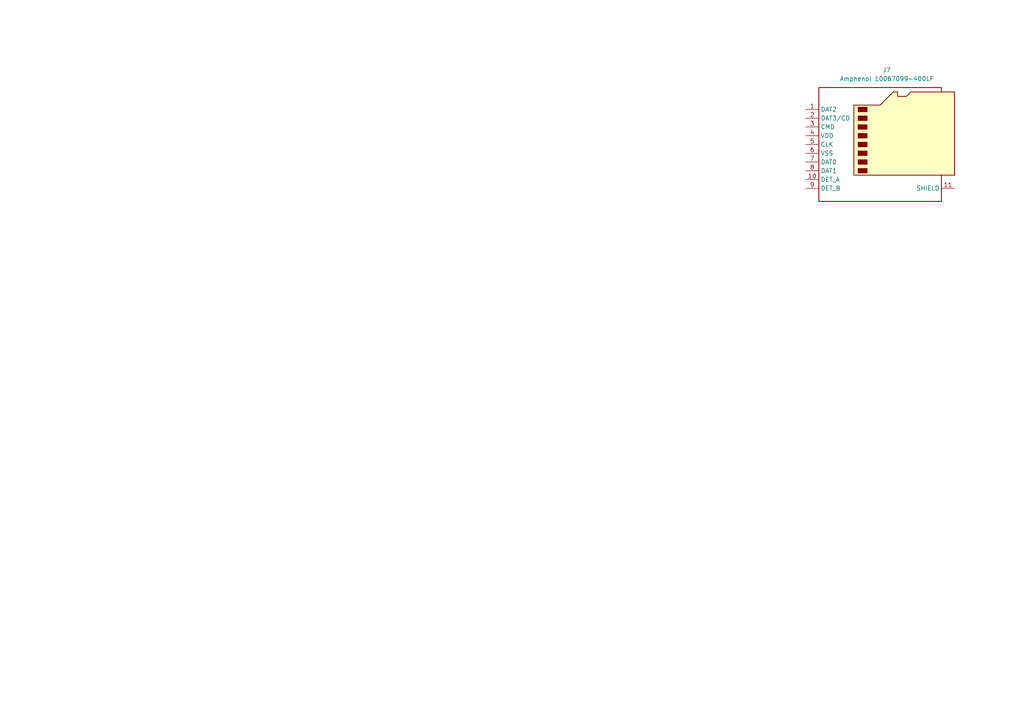
<source format=kicad_sch>
(kicad_sch (version 20231120) (generator "eeschema") (generator_version "8.0")
  (paper "A4")
  (lib_symbols
    (symbol "Connector:Micro_SD_Card_Det2"
      (property "Reference" "J" (at -16.51 17.78 0))
      (property "Value" "Micro_SD_Card_Det2" (at 16.51 17.78 0))
      (symbol "Micro_SD_Card_Det2_0_1"
        (rectangle (start -7.62 -6.985) (end -5.08 -8.255) (stroke (width 0.254)) (fill (type outline)))
        (rectangle (start -7.62 -4.445) (end -5.08 -5.715) (stroke (width 0.254)) (fill (type outline)))
        (rectangle (start -7.62 -1.905) (end -5.08 -3.175) (stroke (width 0.254)) (fill (type outline)))
        (rectangle (start -7.62 0.635) (end -5.08 -0.635) (stroke (width 0.254)) (fill (type outline)))
        (rectangle (start -7.62 3.175) (end -5.08 1.905) (stroke (width 0.254)) (fill (type outline)))
        (rectangle (start -7.62 5.715) (end -5.08 4.445) (stroke (width 0.254)) (fill (type outline)))
        (rectangle (start -7.62 8.255) (end -5.08 6.985) (stroke (width 0.254)) (fill (type outline)))
        (rectangle (start -7.62 10.795) (end -5.08 9.525) (stroke (width 0.254)) (fill (type outline)))
        (polyline (pts (xy 16.51 15.24) (xy 16.51 16.51) (xy -19.05 16.51) (xy -19.05 -16.51) (xy 16.51 -16.51) (xy 16.51 -8.89)) (stroke (width 0.254)))
        (polyline (pts (xy -8.89 -8.89) (xy -8.89 11.43) (xy -1.27 11.43) (xy 2.54 15.24) (xy 3.81 15.24) (xy 3.81 13.97) (xy 6.35 13.97) (xy 7.62 15.24) (xy 20.32 15.24) (xy 20.32 -8.89) (xy -8.89 -8.89)) (stroke (width 0.254)) (fill (type background)))
      )
      (symbol "Micro_SD_Card_Det2_1_1"
        (pin bidirectional line (at -22.86 10.16 0) (length 3.81) (name "DAT2") (number "1"))
        (pin passive line (at -22.86 -10.16 0) (length 3.81) (name "DET_A") (number "10"))
        (pin passive line (at 20.32 -12.7 180) (length 3.81) (name "SHIELD") (number "11"))
        (pin bidirectional line (at -22.86 7.62 0) (length 3.81) (name "DAT3/CD") (number "2"))
        (pin input line (at -22.86 5.08 0) (length 3.81) (name "CMD") (number "3"))
        (pin power_in line (at -22.86 2.54 0) (length 3.81) (name "VDD") (number "4"))
        (pin input line (at -22.86 0 0) (length 3.81) (name "CLK") (number "5"))
        (pin power_in line (at -22.86 -2.54 0) (length 3.81) (name "VSS") (number "6"))
        (pin bidirectional line (at -22.86 -5.08 0) (length 3.81) (name "DAT0") (number "7"))
        (pin bidirectional line (at -22.86 -7.62 0) (length 3.81) (name "DAT1") (number "8"))
        (pin passive line (at -22.86 -12.7 0) (length 3.81) (name "DET_B") (number "9"))
      )
    )
  )
  (symbol (lib_id "Connector:Micro_SD_Card_Det2") (at 256.54 41.91 0) (unit 1)
    (property "Reference" "J7" (at 257.175 20.32 0))
    (property "Value" "Amphenol 10067099-400LF" (at 257.175 22.86 0))
    (property "Datasheet" "https://www.hirose.com/en/product/document?clcode=&productname=&series=DM3&documenttype=Catalog&lang=en&documentid=D49662_en" (effects (hide yes)))
    (property "Description" "Micro SD Card Socket with two card detection pins" (effects (hide yes)))
  )
)
</source>
